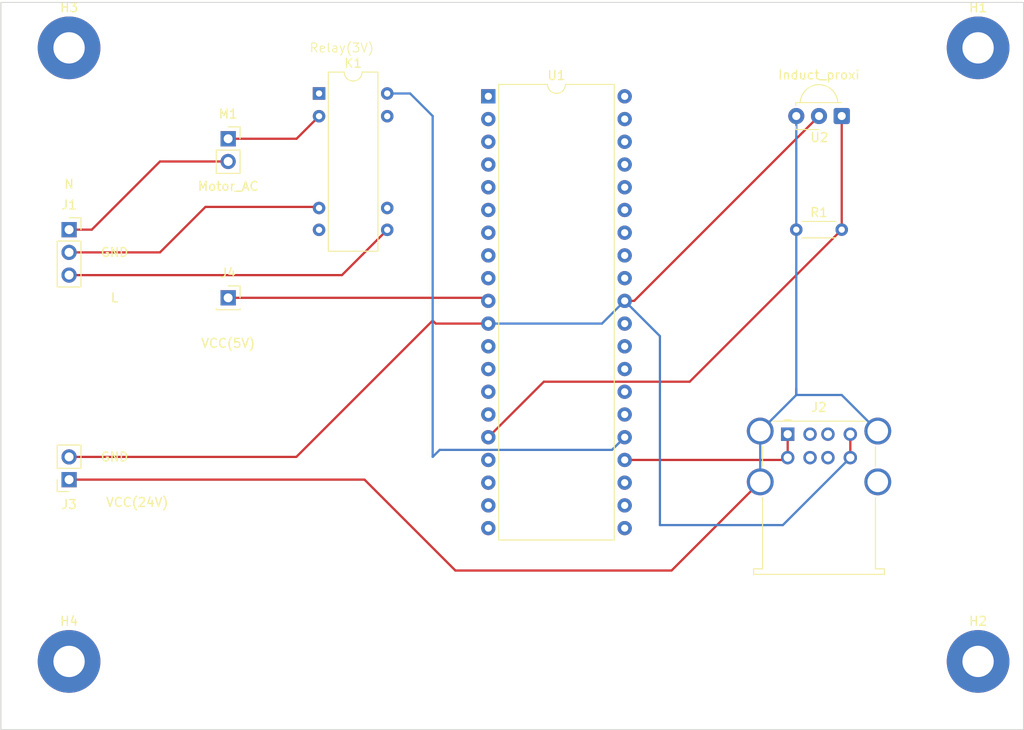
<source format=kicad_pcb>
(kicad_pcb (version 20211014) (generator pcbnew)
  (layers (0 "F.Cu" signal) (31 "B.Cu" signal) (34 "B.Paste" user) (35 "F.Paste" user) (36 "B.SilkS" user "B.Silkscreen") (37 "F.SilkS" user "F.Silkscreen") (38 "B.Mask" user) (39 "F.Mask" user) (44 "Edge.Cuts" user))
  (net 0 "")
  (net 1 "Net-(J1-Pad1)")
  (net 2 "Net-(J1-Pad2)")
  (net 3 "Net-(J1-Pad3)")
  (net 4 "Net-(J2-Pad1)")
  (net 9 "Net-(J2-Pad9)")
  (net 10 "Net-(K1-Pad2)")
  (net 11 "Net-(K1-Pad14)")
  (net 25 "Net-(U1-Pad16)")
  (net 47 "Net-(J2-Pad4)")
  (net 48 "Net-(U1-Pad10)")
  (footprint "OptoDevice:Vishay_MINICAST-3Pin" (layer "F.Cu") (at 149.86 66.04 180)
    (fp_text reference "U2" (at 2.5 -2.4) (layer "F.SilkS"))
    (fp_text value "Induct_proxi" (at 2.55 4.6) (layer "F.SilkS"))
    (fp_line (start 5.14 1.16) (end 5.14 1.5) (layer "F.SilkS") (width 0.12))
    (fp_line (start 5.14 1.5) (end 0.05 1.5) (layer "F.SilkS") (width 0.12))
    (fp_line (start 5.14 -1.16) (end 5.14 -1.51) (layer "F.SilkS") (width 0.12))
    (fp_line (start 5.14 -1.51) (end 2.54 -1.51) (layer "F.SilkS") (width 0.12))
    (fp_arc (start 4.64 1.5) (mid 2.540869 3.502379) (end 0.440083 1.501736) (layer "F.SilkS") (width 0.12))
    (pad "1" thru_hole roundrect (at 0 0 180) (size 1.8 1.8) (drill 0.9) (layers *.Cu *.Mask) (roundrect_rratio 0.139) (net 25 "Net-(U1-Pad16)"))
    (pad "2" thru_hole circle (at 2.54 0 180) (size 1.8 1.8) (drill 0.9) (layers *.Cu *.Mask) (net 47 "Net-(J2-Pad4)"))
    (pad "3" thru_hole circle (at 5.08 0 180) (size 1.8 1.8) (drill 0.9) (layers *.Cu *.Mask) (net 9 "Net-(J2-Pad9)"))
  )
  (footprint "MountingHole:MountingHole_3.5mm_Pad" (layer "F.Cu") (at 165.1 127)
    (fp_text reference "H2" (at 0 -4.5) (layer "F.SilkS"))
    (fp_text value "MountingHole")
    (pad "1" thru_hole circle (at 0 0) (size 7 7) (drill 3.5) (layers *.Cu *.Mask))
  )
  (footprint "MountingHole:MountingHole_3.5mm_Pad" (layer "F.Cu") (at 63.5 58.42)
    (fp_text reference "H3" (at 0 -4.5) (layer "F.SilkS"))
    (fp_text value "MountingHole")
    (pad "1" thru_hole circle (at 0 0) (size 7 7) (drill 3.5) (layers *.Cu *.Mask))
  )
  (footprint "Connector_PinSocket_2.54mm:PinSocket_1x02_P2.54mm_Vertical" (layer "F.Cu") (at 81.28 68.58)
    (fp_text reference "M1" (at 0 -2.77) (layer "F.SilkS"))
    (fp_text value "Motor_AC" (at 0 5.31) (layer "F.SilkS"))
    (fp_line (start 0 -1.33) (end 1.33 -1.33) (layer "F.SilkS") (width 0.12))
    (fp_line (start 1.33 -1.33) (end 1.33 0) (layer "F.SilkS") (width 0.12))
    (fp_line (start -1.33 1.27) (end 1.33 1.27) (layer "F.SilkS") (width 0.12))
    (fp_line (start -1.33 3.87) (end 1.33 3.87) (layer "F.SilkS") (width 0.12))
    (fp_line (start -1.33 1.27) (end -1.33 3.87) (layer "F.SilkS") (width 0.12))
    (fp_line (start 1.33 1.27) (end 1.33 3.87) (layer "F.SilkS") (width 0.12))
    (pad "1" thru_hole rect (at 0 0) (size 1.7 1.7) (drill 1) (layers *.Cu *.Mask) (net 10 "Net-(K1-Pad2)"))
    (pad "2" thru_hole oval (at 0 2.54) (size 1.7 1.7) (drill 1) (layers *.Cu *.Mask) (net 1 "Net-(J1-Pad1)"))
  )
  (footprint "Package_DIP:DIP-40_W15.24mm" (layer "F.Cu") (at 110.36 63.84)
    (fp_text reference "U1" (at 7.62 -2.33) (layer "F.SilkS"))
    (fp_text value "ATmega32A-P")
    (fp_line (start 1.16 49.59) (end 14.08 49.59) (layer "F.SilkS") (width 0.12))
    (fp_line (start 1.16 -1.33) (end 1.16 49.59) (layer "F.SilkS") (width 0.12))
    (fp_line (start 14.08 49.59) (end 14.08 -1.33) (layer "F.SilkS") (width 0.12))
    (fp_line (start 6.62 -1.33) (end 1.16 -1.33) (layer "F.SilkS") (width 0.12))
    (fp_line (start 14.08 -1.33) (end 8.62 -1.33) (layer "F.SilkS") (width 0.12))
    (fp_arc (start 8.62 -1.33) (mid 7.62 -0.33) (end 6.62 -1.33) (layer "F.SilkS") (width 0.12))
    (pad "1" thru_hole rect (at 0 0) (size 1.6 1.6) (drill 0.8) (layers *.Cu *.Mask))
    (pad "2" thru_hole oval (at 0 2.54) (size 1.6 1.6) (drill 0.8) (layers *.Cu *.Mask))
    (pad "3" thru_hole oval (at 0 5.08) (size 1.6 1.6) (drill 0.8) (layers *.Cu *.Mask))
    (pad "4" thru_hole oval (at 0 7.62) (size 1.6 1.6) (drill 0.8) (layers *.Cu *.Mask))
    (pad "5" thru_hole oval (at 0 10.16) (size 1.6 1.6) (drill 0.8) (layers *.Cu *.Mask))
    (pad "6" thru_hole oval (at 0 12.7) (size 1.6 1.6) (drill 0.8) (layers *.Cu *.Mask))
    (pad "7" thru_hole oval (at 0 15.24) (size 1.6 1.6) (drill 0.8) (layers *.Cu *.Mask))
    (pad "8" thru_hole oval (at 0 17.78) (size 1.6 1.6) (drill 0.8) (layers *.Cu *.Mask))
    (pad "9" thru_hole oval (at 0 20.32) (size 1.6 1.6) (drill 0.8) (layers *.Cu *.Mask))
    (pad "10" thru_hole oval (at 0 22.86) (size 1.6 1.6) (drill 0.8) (layers *.Cu *.Mask) (net 48 "Net-(U1-Pad10)"))
    (pad "11" thru_hole oval (at 0 25.4) (size 1.6 1.6) (drill 0.8) (layers *.Cu *.Mask) (net 47 "Net-(J2-Pad4)"))
    (pad "12" thru_hole oval (at 0 27.94) (size 1.6 1.6) (drill 0.8) (layers *.Cu *.Mask))
    (pad "13" thru_hole oval (at 0 30.48) (size 1.6 1.6) (drill 0.8) (layers *.Cu *.Mask))
    (pad "14" thru_hole oval (at 0 33.02) (size 1.6 1.6) (drill 0.8) (layers *.Cu *.Mask))
    (pad "15" thru_hole oval (at 0 35.56) (size 1.6 1.6) (drill 0.8) (layers *.Cu *.Mask))
    (pad "16" thru_hole oval (at 0 38.1) (size 1.6 1.6) (drill 0.8) (layers *.Cu *.Mask) (net 25 "Net-(U1-Pad16)"))
    (pad "17" thru_hole oval (at 0 40.64) (size 1.6 1.6) (drill 0.8) (layers *.Cu *.Mask))
    (pad "18" thru_hole oval (at 0 43.18) (size 1.6 1.6) (drill 0.8) (layers *.Cu *.Mask))
    (pad "19" thru_hole oval (at 0 45.72) (size 1.6 1.6) (drill 0.8) (layers *.Cu *.Mask))
    (pad "20" thru_hole oval (at 0 48.26) (size 1.6 1.6) (drill 0.8) (layers *.Cu *.Mask))
    (pad "21" thru_hole oval (at 15.24 48.26) (size 1.6 1.6) (drill 0.8) (layers *.Cu *.Mask))
    (pad "22" thru_hole oval (at 15.24 45.72) (size 1.6 1.6) (drill 0.8) (layers *.Cu *.Mask))
    (pad "23" thru_hole oval (at 15.24 43.18) (size 1.6 1.6) (drill 0.8) (layers *.Cu *.Mask))
    (pad "24" thru_hole oval (at 15.24 40.64) (size 1.6 1.6) (drill 0.8) (layers *.Cu *.Mask) (net 4 "Net-(J2-Pad1)"))
    (pad "25" thru_hole oval (at 15.24 38.1) (size 1.6 1.6) (drill 0.8) (layers *.Cu *.Mask) (net 11 "Net-(K1-Pad14)"))
    (pad "26" thru_hole oval (at 15.24 35.56) (size 1.6 1.6) (drill 0.8) (layers *.Cu *.Mask))
    (pad "27" thru_hole oval (at 15.24 33.02) (size 1.6 1.6) (drill 0.8) (layers *.Cu *.Mask))
    (pad "28" thru_hole oval (at 15.24 30.48) (size 1.6 1.6) (drill 0.8) (layers *.Cu *.Mask))
    (pad "29" thru_hole oval (at 15.24 27.94) (size 1.6 1.6) (drill 0.8) (layers *.Cu *.Mask))
    (pad "30" thru_hole oval (at 15.24 25.4) (size 1.6 1.6) (drill 0.8) (layers *.Cu *.Mask))
    (pad "31" thru_hole oval (at 15.24 22.86) (size 1.6 1.6) (drill 0.8) (layers *.Cu *.Mask) (net 47 "Net-(J2-Pad4)"))
    (pad "32" thru_hole oval (at 15.24 20.32) (size 1.6 1.6) (drill 0.8) (layers *.Cu *.Mask))
    (pad "33" thru_hole oval (at 15.24 17.78) (size 1.6 1.6) (drill 0.8) (layers *.Cu *.Mask))
    (pad "34" thru_hole oval (at 15.24 15.24) (size 1.6 1.6) (drill 0.8) (layers *.Cu *.Mask))
    (pad "35" thru_hole oval (at 15.24 12.7) (size 1.6 1.6) (drill 0.8) (layers *.Cu *.Mask))
    (pad "36" thru_hole oval (at 15.24 10.16) (size 1.6 1.6) (drill 0.8) (layers *.Cu *.Mask))
    (pad "37" thru_hole oval (at 15.24 7.62) (size 1.6 1.6) (drill 0.8) (layers *.Cu *.Mask))
    (pad "38" thru_hole oval (at 15.24 5.08) (size 1.6 1.6) (drill 0.8) (layers *.Cu *.Mask))
    (pad "39" thru_hole oval (at 15.24 2.54) (size 1.6 1.6) (drill 0.8) (layers *.Cu *.Mask))
    (pad "40" thru_hole oval (at 15.24 0) (size 1.6 1.6) (drill 0.8) (layers *.Cu *.Mask))
  )
  (footprint "Resistor_THT:R_Axial_DIN0204_L3.6mm_D1.6mm_P5.08mm_Horizontal" (layer "F.Cu") (at 144.78 78.74)
    (fp_text reference "R1" (at 2.54 -1.92) (layer "F.SilkS"))
    (fp_text value "1K")
    (fp_line (start 0.62 0.92) (end 4.46 0.92) (layer "F.SilkS") (width 0.12))
    (fp_line (start 0.62 -0.92) (end 4.46 -0.92) (layer "F.SilkS") (width 0.12))
    (pad "1" thru_hole circle (at 0 0) (size 1.4 1.4) (drill 0.7) (layers *.Cu *.Mask) (net 9 "Net-(J2-Pad9)"))
    (pad "2" thru_hole oval (at 5.08 0) (size 1.4 1.4) (drill 0.7) (layers *.Cu *.Mask) (net 25 "Net-(U1-Pad16)"))
  )
  (footprint "Connector_USB:USB_A_Wuerth_61400826021_Horizontal_Stacked" (layer "F.Cu") (at 143.82 101.6)
    (fp_text reference "J2" (at 3.5 -3) (layer "F.SilkS"))
    (fp_text value "USB_A_Stacked")
    (fp_line (start 9.81 15.05) (end 10.81 15.05) (layer "F.SilkS") (width 0.12))
    (fp_line (start 9.81 7.08) (end 9.81 15.05) (layer "F.SilkS") (width 0.12))
    (fp_line (start -1.69 -1.45) (end 8.69 -1.45) (layer "F.SilkS") (width 0.12))
    (fp_line (start 9.81 3.58) (end 9.81 1.4) (layer "F.SilkS") (width 0.12))
    (fp_line (start 10.81 15.67) (end -3.81 15.67) (layer "F.SilkS") (width 0.12))
    (fp_line (start -2.81 3.58) (end -2.81 1.4) (layer "F.SilkS") (width 0.12))
    (fp_line (start -3.81 15.67) (end -3.81 15.05) (layer "F.SilkS") (width 0.12))
    (fp_line (start -3.81 15.05) (end -2.81 15.05) (layer "F.SilkS") (width 0.12))
    (fp_line (start 0.4 -1.6) (end -0.4 -1.6) (layer "F.SilkS") (width 0.12))
    (fp_line (start 10.81 15.05) (end 10.81 15.67) (layer "F.SilkS") (width 0.12))
    (fp_line (start -2.81 15.05) (end -2.81 7.08) (layer "F.SilkS") (width 0.12))
    (pad "1" thru_hole rect (at 0 0) (size 1.5 1.5) (drill 0.92) (layers *.Cu *.Mask) (net 4 "Net-(J2-Pad1)"))
    (pad "2" thru_hole circle (at 2.5 0) (size 1.5 1.5) (drill 0.92) (layers *.Cu *.Mask))
    (pad "3" thru_hole circle (at 4.5 0) (size 1.5 1.5) (drill 0.92) (layers *.Cu *.Mask))
    (pad "4" thru_hole circle (at 7 0) (size 1.5 1.5) (drill 0.92) (layers *.Cu *.Mask) (net 47 "Net-(J2-Pad4)"))
    (pad "5" thru_hole circle (at 0 2.62) (size 1.5 1.5) (drill 0.92) (layers *.Cu *.Mask) (net 4 "Net-(J2-Pad1)"))
    (pad "6" thru_hole circle (at 2.5 2.62) (size 1.5 1.5) (drill 0.92) (layers *.Cu *.Mask))
    (pad "7" thru_hole circle (at 4.5 2.62) (size 1.5 1.5) (drill 0.92) (layers *.Cu *.Mask))
    (pad "8" thru_hole circle (at 7 2.62) (size 1.5 1.5) (drill 0.92) (layers *.Cu *.Mask) (net 47 "Net-(J2-Pad4)"))
    (pad "9" thru_hole circle (at 10.07 5.33) (size 3 3) (drill 2.3) (layers *.Cu *.Mask) (net 9 "Net-(J2-Pad9)"))
    (pad "9" thru_hole circle (at -3.07 5.33) (size 3 3) (drill 2.3) (layers *.Cu *.Mask) (net 9 "Net-(J2-Pad9)"))
    (pad "9" thru_hole circle (at -3.07 -0.35) (size 3 3) (drill 2.3) (layers *.Cu *.Mask) (net 9 "Net-(J2-Pad9)"))
    (pad "9" thru_hole circle (at 10.07 -0.35) (size 3 3) (drill 2.3) (layers *.Cu *.Mask) (net 9 "Net-(J2-Pad9)"))
  )
  (footprint "Connector_PinSocket_2.54mm:PinSocket_1x02_P2.54mm_Vertical" (layer "F.Cu") (at 63.5 106.68 180)
    (fp_text reference "J3" (at 0 -2.77) (layer "F.SilkS"))
    (fp_text value "Conn_01x02_Female")
    (fp_line (start -1.33 1.27) (end 1.33 1.27) (layer "F.SilkS") (width 0.12))
    (fp_line (start -1.33 1.27) (end -1.33 3.87) (layer "F.SilkS") (width 0.12))
    (fp_line (start -1.33 3.87) (end 1.33 3.87) (layer "F.SilkS") (width 0.12))
    (fp_line (start 0 -1.33) (end 1.33 -1.33) (layer "F.SilkS") (width 0.12))
    (fp_line (start 1.33 -1.33) (end 1.33 0) (layer "F.SilkS") (width 0.12))
    (fp_line (start 1.33 1.27) (end 1.33 3.87) (layer "F.SilkS") (width 0.12))
    (pad "1" thru_hole rect (at 0 0 180) (size 1.7 1.7) (drill 1) (layers *.Cu *.Mask) (net 9 "Net-(J2-Pad9)"))
    (pad "2" thru_hole oval (at 0 2.54 180) (size 1.7 1.7) (drill 1) (layers *.Cu *.Mask) (net 47 "Net-(J2-Pad4)"))
  )
  (footprint "Relay_THT:Relay_StandexMeder_DIP_LowProfile" (layer "F.Cu") (at 91.44 63.52)
    (fp_text reference "K1" (at 3.81 -3.39) (layer "F.SilkS"))
    (fp_text value "DIPxx-1Axx-13x")
    (fp_line (start 2.81 -2.39) (end 1.04 -2.39) (layer "F.SilkS") (width 0.12))
    (fp_line (start 6.58 17.63) (end 6.58 -2.39) (layer "F.SilkS") (width 0.12))
    (fp_line (start 1.04 17.63) (end 6.58 17.63) (layer "F.SilkS") (width 0.12))
    (fp_line (start 1.04 -2.39) (end 1.04 17.63) (layer "F.SilkS") (width 0.12))
    (fp_line (start 6.58 -2.39) (end 4.81 -2.39) (layer "F.SilkS") (width 0.12))
    (fp_arc (start 4.81 -2.39) (mid 3.81 -1.39) (end 2.81 -2.39) (layer "F.SilkS") (width 0.12))
    (pad "1" thru_hole rect (at 0 0) (size 1.4 1.4) (drill 0.7) (layers *.Cu *.Mask))
    (pad "2" thru_hole circle (at 0 2.54) (size 1.4 1.4) (drill 0.7) (layers *.Cu *.Mask) (net 10 "Net-(K1-Pad2)"))
    (pad "6" thru_hole circle (at 0 12.8) (size 1.4 1.4) (drill 0.7) (layers *.Cu *.Mask) (net 2 "Net-(J1-Pad2)"))
    (pad "7" thru_hole circle (at 0 15.24) (size 1.4 1.4) (drill 0.7) (layers *.Cu *.Mask))
    (pad "8" thru_hole circle (at 7.62 15.24) (size 1.4 1.4) (drill 0.7) (layers *.Cu *.Mask) (net 3 "Net-(J1-Pad3)"))
    (pad "9" thru_hole circle (at 7.62 12.8) (size 1.4 1.4) (drill 0.7) (layers *.Cu *.Mask))
    (pad "13" thru_hole circle (at 7.62 2.54) (size 1.4 1.4) (drill 0.7) (layers *.Cu *.Mask))
    (pad "14" thru_hole circle (at 7.62 0) (size 1.4 1.4) (drill 0.7) (layers *.Cu *.Mask) (net 11 "Net-(K1-Pad14)"))
  )
  (footprint "Connector_PinSocket_2.54mm:PinSocket_1x03_P2.54mm_Vertical" (layer "F.Cu") (at 63.5 78.74)
    (fp_text reference "J1" (at 0 -2.77) (layer "F.SilkS"))
    (fp_text value "Conn_01x03_Female")
    (fp_line (start 1.33 -1.33) (end 1.33 0) (layer "F.SilkS") (width 0.12))
    (fp_line (start -1.33 1.27) (end 1.33 1.27) (layer "F.SilkS") (width 0.12))
    (fp_line (start 1.33 1.27) (end 1.33 6.41) (layer "F.SilkS") (width 0.12))
    (fp_line (start -1.33 1.27) (end -1.33 6.41) (layer "F.SilkS") (width 0.12))
    (fp_line (start 0 -1.33) (end 1.33 -1.33) (layer "F.SilkS") (width 0.12))
    (fp_line (start -1.33 6.41) (end 1.33 6.41) (layer "F.SilkS") (width 0.12))
    (pad "1" thru_hole rect (at 0 0) (size 1.7 1.7) (drill 1) (layers *.Cu *.Mask) (net 1 "Net-(J1-Pad1)"))
    (pad "2" thru_hole oval (at 0 2.54) (size 1.7 1.7) (drill 1) (layers *.Cu *.Mask) (net 2 "Net-(J1-Pad2)"))
    (pad "3" thru_hole oval (at 0 5.08) (size 1.7 1.7) (drill 1) (layers *.Cu *.Mask) (net 3 "Net-(J1-Pad3)"))
  )
  (footprint "MountingHole:MountingHole_3.5mm_Pad" (layer "F.Cu") (at 63.5 127)
    (fp_text reference "H4" (at 0 -4.5) (layer "F.SilkS"))
    (fp_text value "MountingHole")
    (pad "1" thru_hole circle (at 0 0) (size 7 7) (drill 3.5) (layers *.Cu *.Mask))
  )
  (footprint "MountingHole:MountingHole_3.5mm_Pad" (layer "F.Cu") (at 165.1 58.42)
    (fp_text reference "H1" (at 0 -4.5) (layer "F.SilkS"))
    (fp_text value "MountingHole")
    (pad "1" thru_hole circle (at 0 0) (size 7 7) (drill 3.5) (layers *.Cu *.Mask))
  )
  (footprint "Connector_PinSocket_2.54mm:PinSocket_1x01_P2.54mm_Vertical" (layer "F.Cu") (at 81.28 86.36)
    (fp_text reference "J4" (at 0 -2.77) (layer "F.SilkS"))
    (fp_text value "Conn_01x01_Female")
    (fp_line (start 1.33 1.21) (end 1.33 1.33) (layer "F.SilkS") (width 0.12))
    (fp_line (start 1.33 -1.33) (end 1.33 0) (layer "F.SilkS") (width 0.12))
    (fp_line (start -1.33 1.33) (end 1.33 1.33) (layer "F.SilkS") (width 0.12))
    (fp_line (start 0 -1.33) (end 1.33 -1.33) (layer "F.SilkS") (width 0.12))
    (fp_line (start -1.33 1.21) (end -1.33 1.33) (layer "F.SilkS") (width 0.12))
    (pad "1" thru_hole rect (at 0 0) (size 1.7 1.7) (drill 1) (layers *.Cu *.Mask) (net 48 "Net-(U1-Pad10)"))
  )
  (gr_poly (pts (xy 170.18 134.62) (xy 55.88 134.62) (xy 55.88 53.34) (xy 170.18 53.34)) (layer "Edge.Cuts") (width 0.1) (fill none))
  (gr_text "N" (at 63.5 73.66) (layer "F.SilkS") (effects (font (size 1 1))))
  (gr_text "L" (at 68.58 86.36) (layer "F.SilkS") (effects (font (size 1 1))))
  (gr_text "GND" (at 68.58 104.14) (layer "F.SilkS") (effects (font (size 1 1))))
  (gr_text "VCC(5V)" (at 81.28 91.44) (layer "F.SilkS") (effects (font (size 1 1))))
  (gr_text "VCC(24V)" (at 71.12 109.22) (layer "F.SilkS") (effects (font (size 1 1))))
  (gr_text "Relay(3V)" (at 93.98 58.42) (layer "F.SilkS") (effects (font (size 1 1) (thickness 0.1))))
  (gr_text "GND" (at 68.58 81.28) (layer "F.SilkS") (effects (font (size 1 1))))
  (segment (start 66.04 78.74) (end 73.66 71.12) (width 0.25) (layer "F.Cu") (net 1))
  (segment (start 63.5 78.74) (end 66.04 78.74) (width 0.25) (layer "F.Cu") (net 1))
  (segment (start 73.66 71.12) (end 81.28 71.12) (width 0.25) (layer "F.Cu") (net 1))
  (segment (start 63.5 81.28) (end 73.66 81.28) (width 0.25) (layer "F.Cu") (net 2))
  (segment (start 78.74 76.2) (end 91.44 76.2) (width 0.25) (layer "F.Cu") (net 2))
  (segment (start 73.66 81.28) (end 78.74 76.2) (width 0.25) (layer "F.Cu") (net 2))
  (segment (start 91.44 76.2) (end 91.44 76.32) (width 0.25) (layer "F.Cu") (net 2))
  (segment (start 94 83.82) (end 99.06 78.76) (width 0.25) (layer "F.Cu") (net 3))
  (segment (start 63.5 83.82) (end 94 83.82) (width 0.25) (layer "F.Cu") (net 3))
  (segment (start 125.6 104.48) (end 143.56 104.48) (width 0.25) (layer "F.Cu") (net 4))
  (segment (start 143.82 101.6) (end 143.82 104.22) (width 0.25) (layer "F.Cu") (net 4))
  (segment (start 143.56 104.48) (end 143.82 104.22) (width 0.25) (layer "F.Cu") (net 4))
  (segment (start 130.84 116.84) (end 140.75 106.93) (width 0.25) (layer "F.Cu") (net 9))
  (segment (start 96.52 106.68) (end 106.68 116.84) (width 0.25) (layer "F.Cu") (net 9))
  (segment (start 106.68 116.84) (end 130.84 116.84) (width 0.25) (layer "F.Cu") (net 9))
  (segment (start 63.5 106.68) (end 96.52 106.68) (width 0.25) (layer "F.Cu") (net 9))
  (segment (start 144.78 96.52) (end 144.78 97.22) (width 0.25) (layer "F.Cu") (net 9))
  (segment (start 144.78 97.22) (end 149.86 97.22) (width 0.25) (layer "B.Cu") (net 9))
  (segment (start 140.75 101.25) (end 144.78 97.22) (width 0.25) (layer "B.Cu") (net 9))
  (segment (start 149.86 97.22) (end 153.89 101.25) (width 0.25) (layer "B.Cu") (net 9))
  (segment (start 140.75 101.25) (end 140.75 106.93) (width 0.25) (layer "B.Cu") (net 9))
  (segment (start 144.78 78.74) (end 144.78 97.22) (width 0.25) (layer "B.Cu") (net 9))
  (segment (start 144.78 66.04) (end 144.78 78.74) (width 0.25) (layer "B.Cu") (net 9))
  (segment (start 81.28 68.58) (end 88.92 68.58) (width 0.25) (layer "F.Cu") (net 10))
  (segment (start 88.92 68.58) (end 91.44 66.06) (width 0.25) (layer "F.Cu") (net 10))
  (segment (start 124.184511 103.355489) (end 125.6 101.94) (width 0.25) (layer "B.Cu") (net 11))
  (segment (start 104.14 104.14) (end 104.924511 103.355489) (width 0.25) (layer "B.Cu") (net 11))
  (segment (start 101.62 63.52) (end 104.14 66.04) (width 0.25) (layer "B.Cu") (net 11))
  (segment (start 99.06 63.52) (end 101.62 63.52) (width 0.25) (layer "B.Cu") (net 11))
  (segment (start 104.924511 103.355489) (end 124.184511 103.355489) (width 0.25) (layer "B.Cu") (net 11))
  (segment (start 104.14 66.04) (end 104.14 104.14) (width 0.25) (layer "B.Cu") (net 11))
  (segment (start 132.864511 95.735489) (end 116.564511 95.735489) (width 0.25) (layer "F.Cu") (net 25))
  (segment (start 149.86 66.04) (end 149.86 78.74) (width 0.25) (layer "F.Cu") (net 25))
  (segment (start 149.86 78.74) (end 132.864511 95.735489) (width 0.25) (layer "F.Cu") (net 25))
  (segment (start 116.564511 95.735489) (end 110.36 101.94) (width 0.25) (layer "F.Cu") (net 25))
  (segment (start 63.5 104.14) (end 88.9 104.14) (width 0.25) (layer "F.Cu") (net 47))
  (segment (start 150.82 101.6) (end 150.82 104.22) (width 0.25) (layer "F.Cu") (net 47))
  (segment (start 126.66 86.7) (end 125.6 86.7) (width 0.25) (layer "F.Cu") (net 47))
  (segment (start 104.14 88.9) (end 104.48 89.24) (width 0.25) (layer "F.Cu") (net 47))
  (segment (start 147.32 66.04) (end 126.66 86.7) (width 0.25) (layer "F.Cu") (net 47))
  (segment (start 104.48 89.24) (end 110.36 89.24) (width 0.25) (layer "F.Cu") (net 47))
  (segment (start 88.9 104.14) (end 104.14 88.9) (width 0.25) (layer "F.Cu") (net 47))
  (segment (start 143.28 111.76) (end 150.82 104.22) (width 0.25) (layer "B.Cu") (net 47))
  (segment (start 110.36 89.24) (end 123.06 89.24) (width 0.25) (layer "B.Cu") (net 47))
  (segment (start 129.54 90.64) (end 129.54 111.76) (width 0.25) (layer "B.Cu") (net 47))
  (segment (start 125.6 86.7) (end 129.54 90.64) (width 0.25) (layer "B.Cu") (net 47))
  (segment (start 123.06 89.24) (end 125.6 86.7) (width 0.25) (layer "B.Cu") (net 47))
  (segment (start 129.54 111.76) (end 143.28 111.76) (width 0.25) (layer "B.Cu") (net 47))
  (segment (start 110.02 86.36) (end 110.36 86.7) (width 0.25) (layer "F.Cu") (net 48))
  (segment (start 81.28 86.36) (end 110.02 86.36) (width 0.25) (layer "F.Cu") (net 48))
)
</source>
